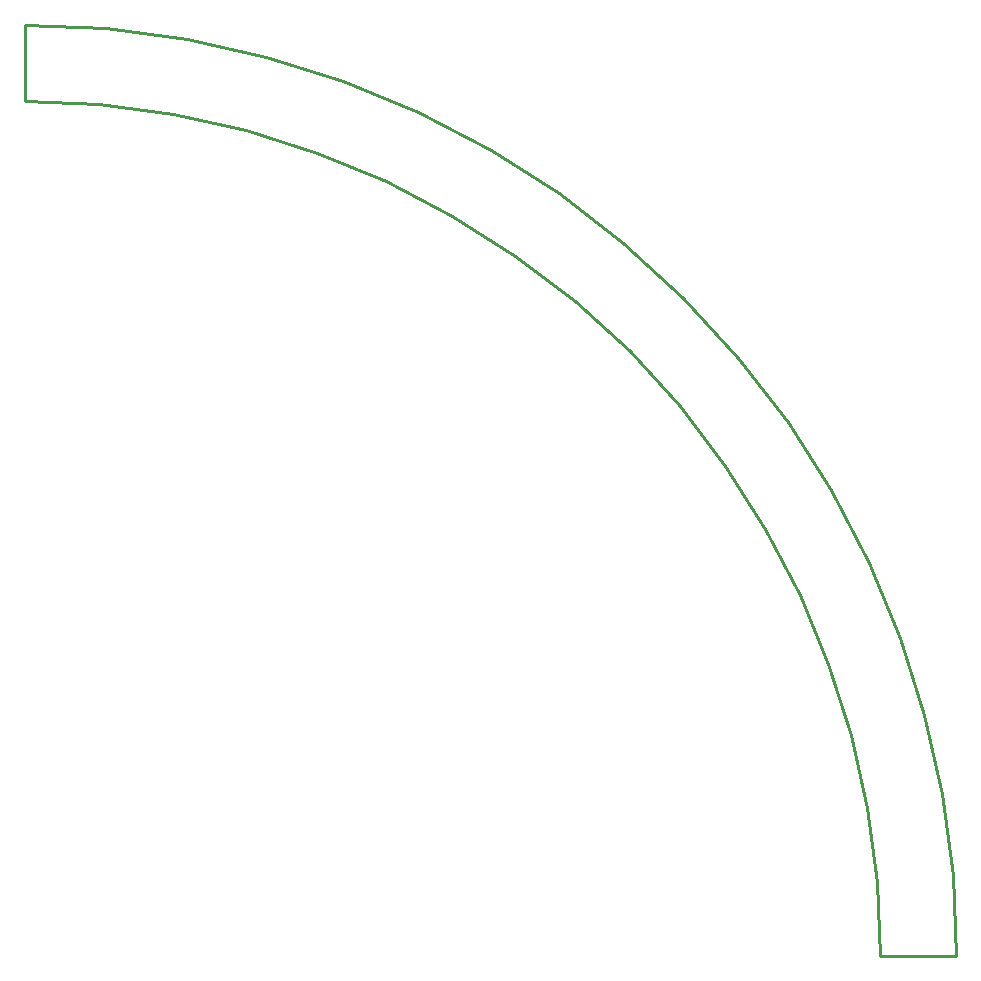
<source format=gbr>
G04 EAGLE Gerber RS-274X export*
G75*
%MOMM*%
%FSLAX34Y34*%
%LPD*%
%IN*%
%IPPOS*%
%AMOC8*
5,1,8,0,0,1.08239X$1,22.5*%
G01*
%ADD10C,0.254000*%


D10*
X0Y724000D02*
X63101Y721245D01*
X125721Y713001D01*
X187385Y699330D01*
X247623Y680337D01*
X305976Y656167D01*
X362000Y627002D01*
X415269Y593066D01*
X465378Y554616D01*
X511945Y511945D01*
X554616Y465378D01*
X593066Y415269D01*
X627002Y362000D01*
X656167Y305976D01*
X680337Y247623D01*
X699330Y187385D01*
X713001Y125721D01*
X721245Y63101D01*
X724000Y0D01*
X788500Y0D01*
X785500Y68722D01*
X776521Y136922D01*
X761633Y204079D01*
X740948Y269683D01*
X714624Y333235D01*
X682861Y394250D01*
X645901Y452265D01*
X604026Y506838D01*
X557554Y557554D01*
X506838Y604026D01*
X452265Y645901D01*
X394250Y682861D01*
X333235Y714624D01*
X269683Y740948D01*
X204079Y761633D01*
X136922Y776521D01*
X68722Y785500D01*
X0Y788500D01*
X0Y724000D01*
M02*

</source>
